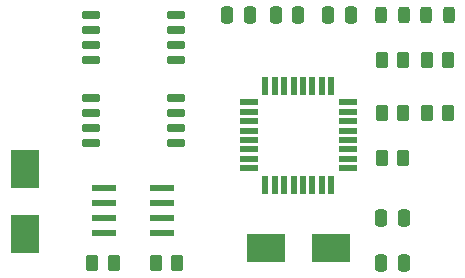
<source format=gtp>
%TF.GenerationSoftware,KiCad,Pcbnew,8.0.6*%
%TF.CreationDate,2024-11-27T00:55:28-08:00*%
%TF.ProjectId,Project 3 MCUdatalogger,50726f6a-6563-4742-9033-204d43556461,1*%
%TF.SameCoordinates,Original*%
%TF.FileFunction,Paste,Top*%
%TF.FilePolarity,Positive*%
%FSLAX46Y46*%
G04 Gerber Fmt 4.6, Leading zero omitted, Abs format (unit mm)*
G04 Created by KiCad (PCBNEW 8.0.6) date 2024-11-27 00:55:28*
%MOMM*%
%LPD*%
G01*
G04 APERTURE LIST*
G04 Aperture macros list*
%AMRoundRect*
0 Rectangle with rounded corners*
0 $1 Rounding radius*
0 $2 $3 $4 $5 $6 $7 $8 $9 X,Y pos of 4 corners*
0 Add a 4 corners polygon primitive as box body*
4,1,4,$2,$3,$4,$5,$6,$7,$8,$9,$2,$3,0*
0 Add four circle primitives for the rounded corners*
1,1,$1+$1,$2,$3*
1,1,$1+$1,$4,$5*
1,1,$1+$1,$6,$7*
1,1,$1+$1,$8,$9*
0 Add four rect primitives between the rounded corners*
20,1,$1+$1,$2,$3,$4,$5,0*
20,1,$1+$1,$4,$5,$6,$7,0*
20,1,$1+$1,$6,$7,$8,$9,0*
20,1,$1+$1,$8,$9,$2,$3,0*%
G04 Aperture macros list end*
%ADD10R,3.325000X2.400000*%
%ADD11R,2.400000X3.325000*%
%ADD12RoundRect,0.068750X-0.206250X-0.666250X0.206250X-0.666250X0.206250X0.666250X-0.206250X0.666250X0*%
%ADD13RoundRect,0.068750X-0.666250X-0.206250X0.666250X-0.206250X0.666250X0.206250X-0.666250X0.206250X0*%
%ADD14RoundRect,0.150000X-0.650000X-0.150000X0.650000X-0.150000X0.650000X0.150000X-0.650000X0.150000X0*%
%ADD15RoundRect,0.073750X-0.911250X-0.221250X0.911250X-0.221250X0.911250X0.221250X-0.911250X0.221250X0*%
%ADD16RoundRect,0.250000X-0.262500X-0.450000X0.262500X-0.450000X0.262500X0.450000X-0.262500X0.450000X0*%
%ADD17RoundRect,0.250000X0.262500X0.450000X-0.262500X0.450000X-0.262500X-0.450000X0.262500X-0.450000X0*%
%ADD18RoundRect,0.243750X-0.243750X-0.456250X0.243750X-0.456250X0.243750X0.456250X-0.243750X0.456250X0*%
%ADD19RoundRect,0.250000X-0.250000X-0.475000X0.250000X-0.475000X0.250000X0.475000X-0.250000X0.475000X0*%
%ADD20RoundRect,0.250000X0.250000X0.475000X-0.250000X0.475000X-0.250000X-0.475000X0.250000X-0.475000X0*%
G04 APERTURE END LIST*
D10*
%TO.C,Y2*%
X60737500Y-79375000D03*
X66262500Y-79375000D03*
%TD*%
D11*
%TO.C,Y1*%
X40386000Y-72675500D03*
X40386000Y-78200500D03*
%TD*%
D12*
%TO.C,U4*%
X60700000Y-65680000D03*
X61500000Y-65680000D03*
X62300000Y-65680000D03*
X63100000Y-65680000D03*
X63900000Y-65680000D03*
X64700000Y-65680000D03*
X65500000Y-65680000D03*
X66300000Y-65680000D03*
D13*
X67670000Y-67050000D03*
X67670000Y-67850000D03*
X67670000Y-68650000D03*
X67670000Y-69450000D03*
X67670000Y-70250000D03*
X67670000Y-71050000D03*
X67670000Y-71850000D03*
X67670000Y-72650000D03*
D12*
X66300000Y-74020000D03*
X65500000Y-74020000D03*
X64700000Y-74020000D03*
X63900000Y-74020000D03*
X63100000Y-74020000D03*
X62300000Y-74020000D03*
X61500000Y-74020000D03*
X60700000Y-74020000D03*
D13*
X59330000Y-72650000D03*
X59330000Y-71850000D03*
X59330000Y-71050000D03*
X59330000Y-70250000D03*
X59330000Y-69450000D03*
X59330000Y-68650000D03*
X59330000Y-67850000D03*
X59330000Y-67050000D03*
%TD*%
D14*
%TO.C,U3*%
X53130000Y-59690000D03*
X53130000Y-60960000D03*
X53130000Y-62230000D03*
X53130000Y-63500000D03*
X45930000Y-63500000D03*
X45930000Y-62230000D03*
X45930000Y-60960000D03*
X45930000Y-59690000D03*
%TD*%
D15*
%TO.C,U2*%
X47055000Y-74295000D03*
X47055000Y-75565000D03*
X47055000Y-76835000D03*
X47055000Y-78105000D03*
X52005000Y-78105000D03*
X52005000Y-76835000D03*
X52005000Y-75565000D03*
X52005000Y-74295000D03*
%TD*%
D14*
%TO.C,U1*%
X45930000Y-66675000D03*
X45930000Y-67945000D03*
X45930000Y-69215000D03*
X45930000Y-70485000D03*
X53130000Y-70485000D03*
X53130000Y-69215000D03*
X53130000Y-67945000D03*
X53130000Y-66675000D03*
%TD*%
D16*
%TO.C,R7*%
X72390000Y-63500000D03*
X70565000Y-63500000D03*
%TD*%
%TO.C,R6*%
X76200000Y-67945000D03*
X74375000Y-67945000D03*
%TD*%
D17*
%TO.C,R5*%
X76200000Y-63500000D03*
X74375000Y-63500000D03*
%TD*%
%TO.C,R4*%
X72390000Y-67945000D03*
X70565000Y-67945000D03*
%TD*%
%TO.C,R3*%
X72390000Y-71755000D03*
X70565000Y-71755000D03*
%TD*%
%TO.C,R2*%
X53260000Y-80645000D03*
X51435000Y-80645000D03*
%TD*%
D16*
%TO.C,R1*%
X46077500Y-80645000D03*
X47902500Y-80645000D03*
%TD*%
D18*
%TO.C,D2*%
X72415000Y-59690000D03*
X70540000Y-59690000D03*
%TD*%
%TO.C,D1*%
X74350000Y-59690000D03*
X76225000Y-59690000D03*
%TD*%
D19*
%TO.C,C5*%
X67945000Y-59690000D03*
X66045000Y-59690000D03*
%TD*%
D20*
%TO.C,C4*%
X70527500Y-80645000D03*
X72427500Y-80645000D03*
%TD*%
D19*
%TO.C,C3*%
X63500000Y-59690000D03*
X61600000Y-59690000D03*
%TD*%
D20*
%TO.C,C2*%
X70527500Y-76835000D03*
X72427500Y-76835000D03*
%TD*%
D19*
%TO.C,C1*%
X59375000Y-59690000D03*
X57475000Y-59690000D03*
%TD*%
M02*

</source>
